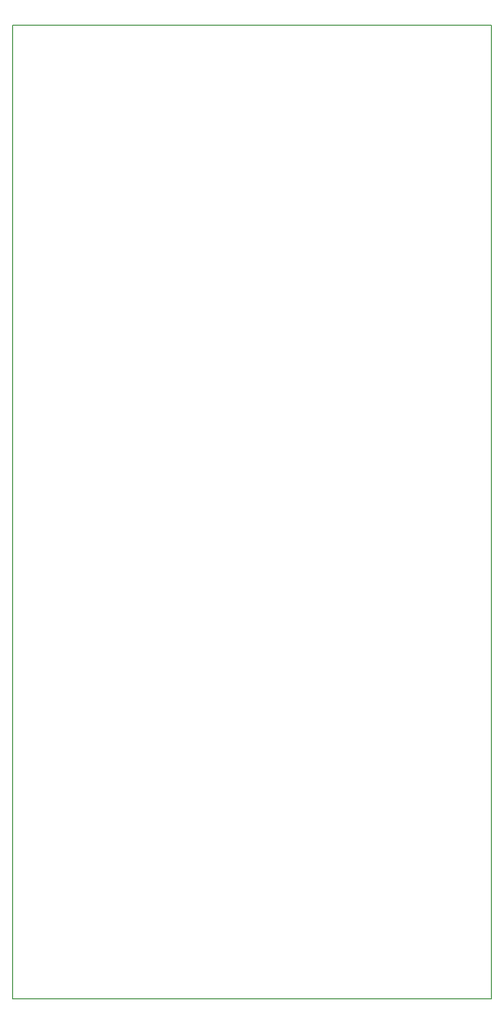
<source format=gm1>
G04 MADE WITH FRITZING*
G04 WWW.FRITZING.ORG*
G04 DOUBLE SIDED*
G04 HOLES PLATED*
G04 CONTOUR ON CENTER OF CONTOUR VECTOR*
%ASAXBY*%
%FSLAX23Y23*%
%MOIN*%
%OFA0B0*%
%SFA1.0B1.0*%
%ADD10R,3.300650X6.707370*%
%ADD11C,0.008000*%
%ADD10C,0.008*%
%LNCONTOUR*%
G90*
G70*
G54D10*
G54D11*
X4Y6703D02*
X3297Y6703D01*
X3297Y4D01*
X4Y4D01*
X4Y6703D01*
D02*
G04 End of contour*
M02*
</source>
